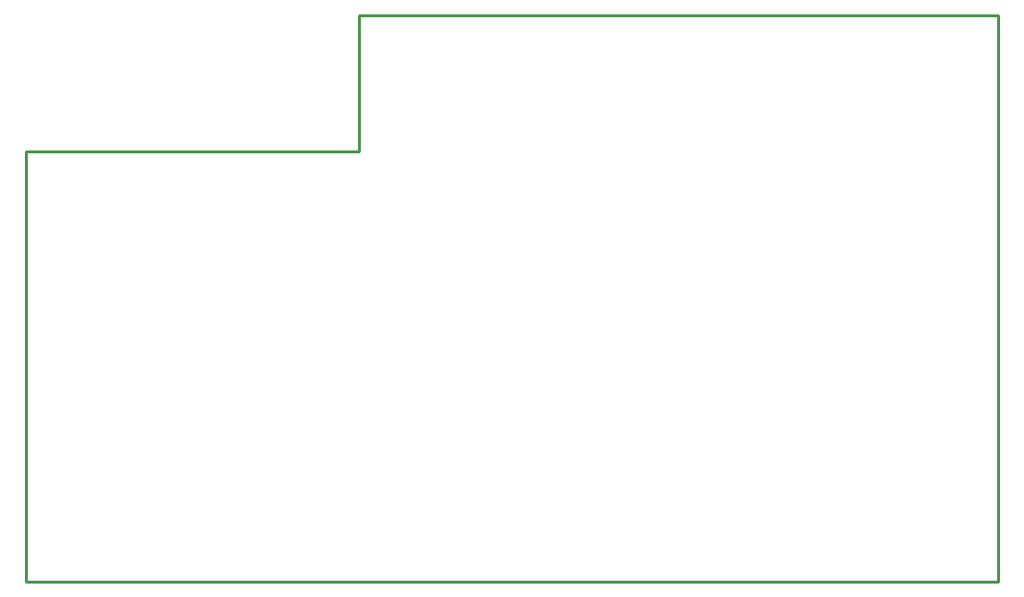
<source format=gbr>
G04 EAGLE Gerber RS-274X export*
G75*
%MOMM*%
%FSLAX34Y34*%
%LPD*%
%IN*%
%IPPOS*%
%AMOC8*
5,1,8,0,0,1.08239X$1,22.5*%
G01*
%ADD10C,0.254000*%


D10*
X355600Y304800D02*
X1213208Y304800D01*
X1213208Y804800D01*
X649760Y804800D01*
X649760Y684800D01*
X355600Y684800D01*
X355600Y304800D01*
M02*

</source>
